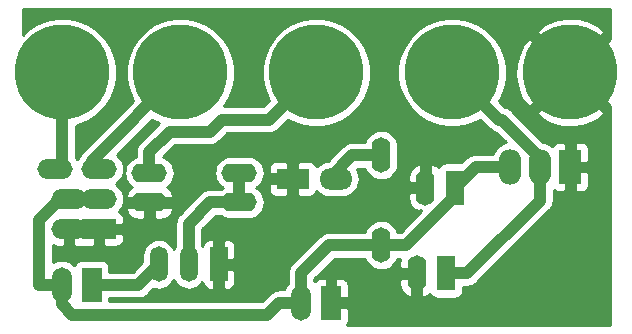
<source format=gbr>
G04 #@! TF.GenerationSoftware,KiCad,Pcbnew,5.1.5-1.fc31*
G04 #@! TF.CreationDate,2020-04-30T10:40:34+02:00*
G04 #@! TF.ProjectId,catbit,63617462-6974-42e6-9b69-6361645f7063,rev?*
G04 #@! TF.SameCoordinates,PX78ed080PY90dcf60*
G04 #@! TF.FileFunction,Copper,L2,Bot*
G04 #@! TF.FilePolarity,Positive*
%FSLAX46Y46*%
G04 Gerber Fmt 4.6, Leading zero omitted, Abs format (unit mm)*
G04 Created by KiCad (PCBNEW 5.1.5-1.fc31) date 2020-04-30 10:40:34*
%MOMM*%
%LPD*%
G04 APERTURE LIST*
%ADD10O,1.600000X3.000000*%
%ADD11O,3.000000X1.700000*%
%ADD12R,3.000000X1.700000*%
%ADD13O,2.800000X1.800000*%
%ADD14R,2.800000X1.800000*%
%ADD15C,8.000000*%
%ADD16O,1.905000X3.000000*%
%ADD17R,1.905000X3.000000*%
%ADD18R,1.600000X3.000000*%
%ADD19R,1.500000X3.000000*%
%ADD20O,1.500000X3.000000*%
%ADD21O,3.000000X1.600000*%
%ADD22O,1.700000X3.000000*%
%ADD23R,1.700000X3.000000*%
%ADD24C,3.000000*%
%ADD25C,1.000000*%
%ADD26C,0.254000*%
G04 APERTURE END LIST*
D10*
X31000000Y7380000D03*
X31000000Y15000000D03*
D11*
X3360000Y13830000D03*
X7100000Y13830000D03*
X4560000Y11290000D03*
X7100000Y11290000D03*
X4560000Y8750000D03*
D12*
X7100000Y8750000D03*
D13*
X27140000Y13000000D03*
D14*
X23500000Y13000000D03*
D15*
X47000000Y22000000D03*
X37000000Y22000000D03*
X4000000Y22000000D03*
X14000000Y22000000D03*
X25500000Y22000000D03*
D16*
X41920000Y14000000D03*
X44460000Y14000000D03*
D17*
X47000000Y14000000D03*
D10*
X34000000Y5000000D03*
D18*
X36500000Y5000000D03*
D19*
X17250000Y5750000D03*
D20*
X12170000Y5750000D03*
X14710000Y5750000D03*
D21*
X19000000Y11000000D03*
X11380000Y11000000D03*
X11380000Y13500000D03*
X19000000Y13500000D03*
D22*
X24210000Y2500000D03*
D23*
X26750000Y2500000D03*
D22*
X3960000Y4000000D03*
D23*
X6500000Y4000000D03*
D10*
X34750000Y12250000D03*
D18*
X37250000Y12250000D03*
D24*
X29750000Y4000000D03*
X23000000Y8750000D03*
D25*
X3960000Y8750000D02*
X6500000Y8750000D01*
X39000000Y14000000D02*
X37250000Y12250000D01*
X41920000Y14000000D02*
X39000000Y14000000D01*
X32800000Y7380000D02*
X31000000Y7380000D01*
X33125598Y7380000D02*
X32800000Y7380000D01*
X37250000Y11504402D02*
X33125598Y7380000D01*
X37250000Y12250000D02*
X37250000Y11504402D01*
X24210000Y5000000D02*
X24210000Y2500000D01*
X26590000Y7380000D02*
X24210000Y5000000D01*
X31000000Y7380000D02*
X26590000Y7380000D01*
X6500000Y11290000D02*
X3960000Y11290000D01*
X2059990Y4050010D02*
X2110000Y4000000D01*
X2059990Y9516299D02*
X2059990Y4050010D01*
X3833691Y11290000D02*
X2059990Y9516299D01*
X2110000Y4000000D02*
X3960000Y4000000D01*
X3960000Y11290000D02*
X3833691Y11290000D01*
X22360000Y2500000D02*
X24210000Y2500000D01*
X21359999Y1499999D02*
X22360000Y2500000D01*
X4849999Y1499999D02*
X21359999Y1499999D01*
X3960000Y2389998D02*
X4849999Y1499999D01*
X3960000Y4000000D02*
X3960000Y2389998D01*
X44460000Y11160000D02*
X44460000Y11500000D01*
X38300000Y5000000D02*
X44460000Y11160000D01*
X44460000Y11500000D02*
X44460000Y14000000D01*
X36500000Y5000000D02*
X38300000Y5000000D01*
X40999999Y18000001D02*
X37000000Y22000000D01*
X41228765Y18000001D02*
X40999999Y18000001D01*
X44460000Y14768766D02*
X41228765Y18000001D01*
X44460000Y14000000D02*
X44460000Y14768766D01*
X6500000Y14500000D02*
X6500000Y13830000D01*
X14000000Y22000000D02*
X6500000Y14500000D01*
X10420000Y4000000D02*
X12170000Y5750000D01*
X6500000Y4000000D02*
X10420000Y4000000D01*
X19000000Y13500000D02*
X19000000Y11000000D01*
X14710000Y9210000D02*
X14710000Y8250000D01*
X14710000Y8250000D02*
X14710000Y5750000D01*
X16500000Y11000000D02*
X14710000Y9210000D01*
X19000000Y11000000D02*
X16500000Y11000000D01*
X4000000Y13870000D02*
X3960000Y13830000D01*
X4000000Y22000000D02*
X4000000Y13870000D01*
X13079999Y16999999D02*
X16499999Y16999999D01*
X11380000Y13500000D02*
X11380000Y15300000D01*
X11380000Y15300000D02*
X13079999Y16999999D01*
X17500001Y18000001D02*
X16499999Y16999999D01*
X21500001Y18000001D02*
X17500001Y18000001D01*
X25500000Y22000000D02*
X21500001Y18000001D01*
X28540000Y15000000D02*
X26540000Y13000000D01*
X31000000Y15000000D02*
X28540000Y15000000D01*
D26*
G36*
X50340001Y24812499D02*
G01*
X47527502Y22000000D01*
X50340001Y19187501D01*
X50340000Y660000D01*
X28138284Y660000D01*
X28189502Y755820D01*
X28225812Y875518D01*
X28238072Y1000000D01*
X28235000Y1968250D01*
X28076250Y2127000D01*
X27123000Y2127000D01*
X27123000Y2107000D01*
X26377000Y2107000D01*
X26377000Y2127000D01*
X26357000Y2127000D01*
X26357000Y2873000D01*
X26377000Y2873000D01*
X26377000Y4476250D01*
X27123000Y4476250D01*
X27123000Y2873000D01*
X28076250Y2873000D01*
X28235000Y3031750D01*
X28238072Y4000000D01*
X28225812Y4124482D01*
X28189502Y4244180D01*
X28130537Y4354494D01*
X28099806Y4391940D01*
X32490154Y4391940D01*
X32501229Y4095617D01*
X32569901Y3807148D01*
X32693531Y3537620D01*
X32867367Y3297389D01*
X33084730Y3095688D01*
X33414825Y2989735D01*
X33627000Y3079473D01*
X33627000Y4627000D01*
X32681875Y4627000D01*
X32490154Y4391940D01*
X28099806Y4391940D01*
X28051185Y4451185D01*
X27954494Y4530537D01*
X27844180Y4589502D01*
X27724482Y4625812D01*
X27600000Y4638072D01*
X27281750Y4635000D01*
X27123000Y4476250D01*
X26377000Y4476250D01*
X26218250Y4635000D01*
X25900000Y4638072D01*
X25775518Y4625812D01*
X25655820Y4589502D01*
X25545506Y4530537D01*
X25448815Y4451185D01*
X25369463Y4354494D01*
X25345000Y4308728D01*
X25345000Y4529869D01*
X27060132Y6245000D01*
X29632385Y6245000D01*
X29667818Y6128193D01*
X29801068Y5878900D01*
X29980392Y5660393D01*
X30198899Y5481068D01*
X30448192Y5347818D01*
X30718691Y5265764D01*
X31000000Y5238057D01*
X31281308Y5265764D01*
X31551807Y5347818D01*
X31801100Y5481068D01*
X32019607Y5660392D01*
X32198932Y5878899D01*
X32332182Y6128192D01*
X32367615Y6245000D01*
X32593821Y6245000D01*
X32569901Y6192852D01*
X32501229Y5904383D01*
X32490154Y5608060D01*
X32681875Y5373000D01*
X33627000Y5373000D01*
X33627000Y5393000D01*
X34373000Y5393000D01*
X34373000Y5373000D01*
X34393000Y5373000D01*
X34393000Y4627000D01*
X34373000Y4627000D01*
X34373000Y3079473D01*
X34585175Y2989735D01*
X34915270Y3095688D01*
X35105520Y3272230D01*
X35110498Y3255820D01*
X35169463Y3145506D01*
X35248815Y3048815D01*
X35345506Y2969463D01*
X35455820Y2910498D01*
X35575518Y2874188D01*
X35700000Y2861928D01*
X37300000Y2861928D01*
X37424482Y2874188D01*
X37544180Y2910498D01*
X37654494Y2969463D01*
X37751185Y3048815D01*
X37830537Y3145506D01*
X37889502Y3255820D01*
X37925812Y3375518D01*
X37938072Y3500000D01*
X37938072Y3865000D01*
X38244249Y3865000D01*
X38300000Y3859509D01*
X38355751Y3865000D01*
X38355752Y3865000D01*
X38522499Y3881423D01*
X38736447Y3946324D01*
X38933623Y4051716D01*
X39106449Y4193551D01*
X39141996Y4236865D01*
X45223146Y10318013D01*
X45266449Y10353551D01*
X45316736Y10414825D01*
X45408284Y10526377D01*
X45513676Y10723553D01*
X45578577Y10937501D01*
X45600491Y11160000D01*
X45595000Y11215752D01*
X45595000Y12050417D01*
X45596315Y12048815D01*
X45693006Y11969463D01*
X45803320Y11910498D01*
X45923018Y11874188D01*
X46047500Y11861928D01*
X46468250Y11865000D01*
X46627000Y12023750D01*
X46627000Y13627000D01*
X47373000Y13627000D01*
X47373000Y12023750D01*
X47531750Y11865000D01*
X47952500Y11861928D01*
X48076982Y11874188D01*
X48196680Y11910498D01*
X48306994Y11969463D01*
X48403685Y12048815D01*
X48483037Y12145506D01*
X48542002Y12255820D01*
X48578312Y12375518D01*
X48590572Y12500000D01*
X48587500Y13468250D01*
X48428750Y13627000D01*
X47373000Y13627000D01*
X46627000Y13627000D01*
X46607000Y13627000D01*
X46607000Y14373000D01*
X46627000Y14373000D01*
X46627000Y15976250D01*
X47373000Y15976250D01*
X47373000Y14373000D01*
X48428750Y14373000D01*
X48587500Y14531750D01*
X48590572Y15500000D01*
X48578312Y15624482D01*
X48542002Y15744180D01*
X48483037Y15854494D01*
X48403685Y15951185D01*
X48306994Y16030537D01*
X48196680Y16089502D01*
X48076982Y16125812D01*
X47952500Y16138072D01*
X47531750Y16135000D01*
X47373000Y15976250D01*
X46627000Y15976250D01*
X46468250Y16135000D01*
X46047500Y16138072D01*
X45923018Y16125812D01*
X45803320Y16089502D01*
X45693006Y16030537D01*
X45596315Y15951185D01*
X45516963Y15854494D01*
X45472095Y15770554D01*
X45346235Y15873845D01*
X45070449Y16021255D01*
X44771204Y16112030D01*
X44716478Y16117420D01*
X42267741Y18566157D01*
X44093659Y18566157D01*
X44572990Y18024921D01*
X45395124Y17627815D01*
X46278933Y17398730D01*
X47190451Y17346469D01*
X48094651Y17473040D01*
X48956784Y17773580D01*
X49427010Y18024921D01*
X49906341Y18566157D01*
X47000000Y21472498D01*
X44093659Y18566157D01*
X42267741Y18566157D01*
X42070761Y18763136D01*
X42035214Y18806450D01*
X41862388Y18948285D01*
X41665212Y19053677D01*
X41501921Y19103211D01*
X40984575Y19620557D01*
X41107484Y19804504D01*
X41456880Y20648020D01*
X41635000Y21543492D01*
X41635000Y21809549D01*
X42346469Y21809549D01*
X42473040Y20905349D01*
X42773580Y20043216D01*
X43024921Y19572990D01*
X43566157Y19093659D01*
X46472498Y22000000D01*
X43566157Y24906341D01*
X43024921Y24427010D01*
X42627815Y23604876D01*
X42398730Y22721067D01*
X42346469Y21809549D01*
X41635000Y21809549D01*
X41635000Y22456508D01*
X41456880Y23351980D01*
X41107484Y24195496D01*
X40600240Y24954640D01*
X40121037Y25433843D01*
X44093659Y25433843D01*
X47000000Y22527502D01*
X49906341Y25433843D01*
X49427010Y25975079D01*
X48604876Y26372185D01*
X47721067Y26601270D01*
X46809549Y26653531D01*
X45905349Y26526960D01*
X45043216Y26226420D01*
X44572990Y25975079D01*
X44093659Y25433843D01*
X40121037Y25433843D01*
X39954640Y25600240D01*
X39195496Y26107484D01*
X38351980Y26456880D01*
X37456508Y26635000D01*
X36543492Y26635000D01*
X35648020Y26456880D01*
X34804504Y26107484D01*
X34045360Y25600240D01*
X33399760Y24954640D01*
X32892516Y24195496D01*
X32543120Y23351980D01*
X32365000Y22456508D01*
X32365000Y21543492D01*
X32543120Y20648020D01*
X32892516Y19804504D01*
X33399760Y19045360D01*
X34045360Y18399760D01*
X34804504Y17892516D01*
X35648020Y17543120D01*
X36543492Y17365000D01*
X37456508Y17365000D01*
X38351980Y17543120D01*
X39195496Y17892516D01*
X39379443Y18015425D01*
X40158008Y17236860D01*
X40193550Y17193552D01*
X40256436Y17141943D01*
X40366376Y17051717D01*
X40563552Y16946325D01*
X40726845Y16896790D01*
X41534226Y16089409D01*
X41309552Y16021255D01*
X41033766Y15873845D01*
X40792038Y15675463D01*
X40593656Y15433735D01*
X40446245Y15157949D01*
X40439283Y15135000D01*
X39055752Y15135000D01*
X39000000Y15140491D01*
X38777501Y15118577D01*
X38563553Y15053676D01*
X38366377Y14948284D01*
X38236856Y14841989D01*
X38236854Y14841987D01*
X38193551Y14806449D01*
X38158013Y14763146D01*
X37782939Y14388072D01*
X36450000Y14388072D01*
X36325518Y14375812D01*
X36205820Y14339502D01*
X36095506Y14280537D01*
X35998815Y14201185D01*
X35919463Y14104494D01*
X35860498Y13994180D01*
X35855520Y13977770D01*
X35665270Y14154312D01*
X35335175Y14260265D01*
X35123000Y14170527D01*
X35123000Y12623000D01*
X35143000Y12623000D01*
X35143000Y11877000D01*
X35123000Y11877000D01*
X35123000Y11857000D01*
X34377000Y11857000D01*
X34377000Y11877000D01*
X33431875Y11877000D01*
X33240154Y11641940D01*
X33251229Y11345617D01*
X33319901Y11057148D01*
X33443531Y10787620D01*
X33617367Y10547389D01*
X33834730Y10345688D01*
X34164825Y10239735D01*
X34376998Y10329472D01*
X34376998Y10236532D01*
X32655467Y8515000D01*
X32367615Y8515000D01*
X32332182Y8631808D01*
X32198932Y8881101D01*
X32019608Y9099608D01*
X31801101Y9278932D01*
X31551808Y9412182D01*
X31281309Y9494236D01*
X31000000Y9521943D01*
X30718692Y9494236D01*
X30448193Y9412182D01*
X30198900Y9278932D01*
X29980393Y9099608D01*
X29801069Y8881101D01*
X29667819Y8631808D01*
X29632386Y8515000D01*
X26645741Y8515000D01*
X26589999Y8520490D01*
X26534257Y8515000D01*
X26534248Y8515000D01*
X26367501Y8498577D01*
X26153553Y8433676D01*
X25956377Y8328284D01*
X25783551Y8186449D01*
X25748011Y8143143D01*
X23446865Y5841996D01*
X23403551Y5806449D01*
X23261716Y5633623D01*
X23190294Y5500000D01*
X23156324Y5436446D01*
X23091423Y5222498D01*
X23069509Y5000000D01*
X23075000Y4944248D01*
X23075000Y4107816D01*
X22969295Y3979014D01*
X22831401Y3721034D01*
X22805303Y3635000D01*
X22415751Y3635000D01*
X22360000Y3640491D01*
X22304248Y3635000D01*
X22137501Y3618577D01*
X21923553Y3553676D01*
X21726377Y3448284D01*
X21553551Y3306449D01*
X21518008Y3263140D01*
X20889868Y2634999D01*
X7988072Y2634999D01*
X7988072Y2865000D01*
X10364249Y2865000D01*
X10420000Y2859509D01*
X10475751Y2865000D01*
X10475752Y2865000D01*
X10642499Y2881423D01*
X10856447Y2946324D01*
X11053623Y3051716D01*
X11226449Y3193551D01*
X11261995Y3236864D01*
X11715640Y3690508D01*
X11898493Y3635040D01*
X12170000Y3608299D01*
X12441506Y3635040D01*
X12702580Y3714236D01*
X12943187Y3842843D01*
X13154080Y4015919D01*
X13327157Y4226812D01*
X13440000Y4437927D01*
X13552843Y4226813D01*
X13725919Y4015920D01*
X13936812Y3842843D01*
X14177419Y3714236D01*
X14438493Y3635040D01*
X14710000Y3608299D01*
X14981506Y3635040D01*
X15242580Y3714236D01*
X15483187Y3842843D01*
X15694080Y4015919D01*
X15864527Y4223608D01*
X15874188Y4125518D01*
X15910498Y4005820D01*
X15969463Y3895506D01*
X16048815Y3798815D01*
X16145506Y3719463D01*
X16255820Y3660498D01*
X16375518Y3624188D01*
X16500000Y3611928D01*
X16718250Y3615000D01*
X16877000Y3773750D01*
X16877000Y5377000D01*
X17623000Y5377000D01*
X17623000Y3773750D01*
X17781750Y3615000D01*
X18000000Y3611928D01*
X18124482Y3624188D01*
X18244180Y3660498D01*
X18354494Y3719463D01*
X18451185Y3798815D01*
X18530537Y3895506D01*
X18589502Y4005820D01*
X18625812Y4125518D01*
X18638072Y4250000D01*
X18635000Y5218250D01*
X18476250Y5377000D01*
X17623000Y5377000D01*
X16877000Y5377000D01*
X16857000Y5377000D01*
X16857000Y6123000D01*
X16877000Y6123000D01*
X16877000Y7726250D01*
X17623000Y7726250D01*
X17623000Y6123000D01*
X18476250Y6123000D01*
X18635000Y6281750D01*
X18638072Y7250000D01*
X18625812Y7374482D01*
X18589502Y7494180D01*
X18530537Y7604494D01*
X18451185Y7701185D01*
X18354494Y7780537D01*
X18244180Y7839502D01*
X18124482Y7875812D01*
X18000000Y7888072D01*
X17781750Y7885000D01*
X17623000Y7726250D01*
X16877000Y7726250D01*
X16718250Y7885000D01*
X16500000Y7888072D01*
X16375518Y7875812D01*
X16255820Y7839502D01*
X16145506Y7780537D01*
X16048815Y7701185D01*
X15969463Y7604494D01*
X15910498Y7494180D01*
X15874188Y7374482D01*
X15864527Y7276392D01*
X15845000Y7300186D01*
X15845000Y8739869D01*
X16970132Y9865000D01*
X17420998Y9865000D01*
X17498899Y9801068D01*
X17748192Y9667818D01*
X18018691Y9585764D01*
X18229508Y9565000D01*
X19770492Y9565000D01*
X19981309Y9585764D01*
X20251808Y9667818D01*
X20501101Y9801068D01*
X20719608Y9980392D01*
X20898932Y10198899D01*
X21032182Y10448192D01*
X21114236Y10718691D01*
X21141943Y11000000D01*
X21114236Y11281309D01*
X21032182Y11551808D01*
X20898932Y11801101D01*
X20719608Y12019608D01*
X20621651Y12100000D01*
X21461928Y12100000D01*
X21474188Y11975518D01*
X21510498Y11855820D01*
X21569463Y11745506D01*
X21648815Y11648815D01*
X21745506Y11569463D01*
X21855820Y11510498D01*
X21975518Y11474188D01*
X22100000Y11461928D01*
X22968250Y11465000D01*
X23127000Y11623750D01*
X23127000Y12627000D01*
X21623750Y12627000D01*
X21465000Y12468250D01*
X21461928Y12100000D01*
X20621651Y12100000D01*
X20501101Y12198932D01*
X20405560Y12250000D01*
X20501101Y12301068D01*
X20719608Y12480392D01*
X20898932Y12698899D01*
X21032182Y12948192D01*
X21114236Y13218691D01*
X21141943Y13500000D01*
X21114236Y13781309D01*
X21078232Y13900000D01*
X21461928Y13900000D01*
X21465000Y13531750D01*
X21623750Y13373000D01*
X23127000Y13373000D01*
X23127000Y14376250D01*
X23873000Y14376250D01*
X23873000Y13373000D01*
X23893000Y13373000D01*
X23893000Y12627000D01*
X23873000Y12627000D01*
X23873000Y11623750D01*
X24031750Y11465000D01*
X24900000Y11461928D01*
X25024482Y11474188D01*
X25144180Y11510498D01*
X25254494Y11569463D01*
X25351185Y11648815D01*
X25430537Y11745506D01*
X25489502Y11855820D01*
X25517504Y11948130D01*
X25549339Y11909339D01*
X25783073Y11717519D01*
X26049739Y11574983D01*
X26339087Y11487210D01*
X26564592Y11465000D01*
X27715408Y11465000D01*
X27940913Y11487210D01*
X28230261Y11574983D01*
X28496927Y11717519D01*
X28730661Y11909339D01*
X28922481Y12143073D01*
X29065017Y12409739D01*
X29152790Y12699087D01*
X29182427Y13000000D01*
X29152790Y13300913D01*
X29065017Y13590261D01*
X28950200Y13805068D01*
X29010132Y13865000D01*
X29632385Y13865000D01*
X29667818Y13748193D01*
X29801068Y13498900D01*
X29980392Y13280393D01*
X30198899Y13101068D01*
X30448192Y12967818D01*
X30718691Y12885764D01*
X31000000Y12858057D01*
X31000030Y12858060D01*
X33240154Y12858060D01*
X33431875Y12623000D01*
X34377000Y12623000D01*
X34377000Y14170527D01*
X34164825Y14260265D01*
X33834730Y14154312D01*
X33617367Y13952611D01*
X33443531Y13712380D01*
X33319901Y13442852D01*
X33251229Y13154383D01*
X33240154Y12858060D01*
X31000030Y12858060D01*
X31281308Y12885764D01*
X31551807Y12967818D01*
X31801100Y13101068D01*
X32019607Y13280392D01*
X32198932Y13498899D01*
X32332182Y13748192D01*
X32414236Y14018691D01*
X32435000Y14229508D01*
X32435000Y15770492D01*
X32414236Y15981309D01*
X32332182Y16251808D01*
X32198932Y16501101D01*
X32019608Y16719608D01*
X31801101Y16898932D01*
X31551808Y17032182D01*
X31281309Y17114236D01*
X31000000Y17141943D01*
X30718692Y17114236D01*
X30448193Y17032182D01*
X30198900Y16898932D01*
X29980393Y16719608D01*
X29801069Y16501101D01*
X29667819Y16251808D01*
X29632386Y16135000D01*
X28595751Y16135000D01*
X28539999Y16140491D01*
X28317500Y16118577D01*
X28277521Y16106449D01*
X28103553Y16053676D01*
X27906377Y15948284D01*
X27733551Y15806449D01*
X27698009Y15763141D01*
X26459520Y14524651D01*
X26339087Y14512790D01*
X26049739Y14425017D01*
X25783073Y14282481D01*
X25549339Y14090661D01*
X25517504Y14051870D01*
X25489502Y14144180D01*
X25430537Y14254494D01*
X25351185Y14351185D01*
X25254494Y14430537D01*
X25144180Y14489502D01*
X25024482Y14525812D01*
X24900000Y14538072D01*
X24031750Y14535000D01*
X23873000Y14376250D01*
X23127000Y14376250D01*
X22968250Y14535000D01*
X22100000Y14538072D01*
X21975518Y14525812D01*
X21855820Y14489502D01*
X21745506Y14430537D01*
X21648815Y14351185D01*
X21569463Y14254494D01*
X21510498Y14144180D01*
X21474188Y14024482D01*
X21461928Y13900000D01*
X21078232Y13900000D01*
X21032182Y14051808D01*
X20898932Y14301101D01*
X20719608Y14519608D01*
X20501101Y14698932D01*
X20251808Y14832182D01*
X19981309Y14914236D01*
X19770492Y14935000D01*
X18229508Y14935000D01*
X18018691Y14914236D01*
X17748192Y14832182D01*
X17498899Y14698932D01*
X17280392Y14519608D01*
X17101068Y14301101D01*
X16967818Y14051808D01*
X16885764Y13781309D01*
X16858057Y13500000D01*
X16885764Y13218691D01*
X16967818Y12948192D01*
X17101068Y12698899D01*
X17280392Y12480392D01*
X17498899Y12301068D01*
X17594440Y12250000D01*
X17498899Y12198932D01*
X17420998Y12135000D01*
X16555741Y12135000D01*
X16499999Y12140490D01*
X16444257Y12135000D01*
X16444248Y12135000D01*
X16277501Y12118577D01*
X16063553Y12053676D01*
X15866377Y11948284D01*
X15693551Y11806449D01*
X15658009Y11763140D01*
X13946865Y10051996D01*
X13903551Y10016449D01*
X13761716Y9843623D01*
X13656325Y9646447D01*
X13656324Y9646446D01*
X13591423Y9432498D01*
X13569509Y9210000D01*
X13575000Y9154249D01*
X13575000Y7300186D01*
X13552844Y7273188D01*
X13440001Y7062072D01*
X13327157Y7273188D01*
X13154081Y7484081D01*
X12943188Y7657157D01*
X12702581Y7785764D01*
X12441507Y7864960D01*
X12170000Y7891701D01*
X11898494Y7864960D01*
X11637420Y7785764D01*
X11396813Y7657157D01*
X11185920Y7484081D01*
X11012844Y7273188D01*
X10884237Y7032581D01*
X10805040Y6771507D01*
X10785000Y6568037D01*
X10785000Y5970132D01*
X9949869Y5135000D01*
X7988072Y5135000D01*
X7988072Y5500000D01*
X7975812Y5624482D01*
X7939502Y5744180D01*
X7880537Y5854494D01*
X7801185Y5951185D01*
X7704494Y6030537D01*
X7594180Y6089502D01*
X7474482Y6125812D01*
X7350000Y6138072D01*
X5650000Y6138072D01*
X5525518Y6125812D01*
X5405820Y6089502D01*
X5295506Y6030537D01*
X5198815Y5951185D01*
X5119463Y5854494D01*
X5060498Y5744180D01*
X5039607Y5675313D01*
X5015134Y5705134D01*
X4789014Y5890706D01*
X4531034Y6028599D01*
X4251111Y6113513D01*
X3960000Y6142185D01*
X3668890Y6113513D01*
X3388967Y6028599D01*
X3194990Y5924916D01*
X3194990Y7389226D01*
X3352307Y7309784D01*
X3643995Y7228657D01*
X3945906Y7205994D01*
X4187000Y7389370D01*
X4187000Y8377000D01*
X4933000Y8377000D01*
X4933000Y7389370D01*
X5174094Y7205994D01*
X5476005Y7228657D01*
X5596772Y7262246D01*
X5600000Y7261928D01*
X6568250Y7265000D01*
X6727000Y7423750D01*
X6727000Y8377000D01*
X7473000Y8377000D01*
X7473000Y7423750D01*
X7631750Y7265000D01*
X8600000Y7261928D01*
X8724482Y7274188D01*
X8844180Y7310498D01*
X8954494Y7369463D01*
X9051185Y7448815D01*
X9130537Y7545506D01*
X9189502Y7655820D01*
X9225812Y7775518D01*
X9238072Y7900000D01*
X9235000Y8218250D01*
X9076250Y8377000D01*
X7473000Y8377000D01*
X6727000Y8377000D01*
X4933000Y8377000D01*
X4187000Y8377000D01*
X4167000Y8377000D01*
X4167000Y9123000D01*
X4187000Y9123000D01*
X4187000Y9143000D01*
X4933000Y9143000D01*
X4933000Y9123000D01*
X6727000Y9123000D01*
X6727000Y9143000D01*
X7473000Y9143000D01*
X7473000Y9123000D01*
X9076250Y9123000D01*
X9235000Y9281750D01*
X9238072Y9600000D01*
X9225812Y9724482D01*
X9189502Y9844180D01*
X9130537Y9954494D01*
X9051185Y10051185D01*
X8954494Y10130537D01*
X8844180Y10189502D01*
X8775313Y10210393D01*
X8805134Y10234866D01*
X8952822Y10414825D01*
X9369735Y10414825D01*
X9475688Y10084730D01*
X9677389Y9867367D01*
X9917620Y9693531D01*
X10187148Y9569901D01*
X10475617Y9501229D01*
X10771940Y9490154D01*
X11007000Y9681875D01*
X11007000Y10627000D01*
X11753000Y10627000D01*
X11753000Y9681875D01*
X11988060Y9490154D01*
X12284383Y9501229D01*
X12572852Y9569901D01*
X12842380Y9693531D01*
X13082611Y9867367D01*
X13284312Y10084730D01*
X13390265Y10414825D01*
X13300527Y10627000D01*
X11753000Y10627000D01*
X11007000Y10627000D01*
X9459473Y10627000D01*
X9369735Y10414825D01*
X8952822Y10414825D01*
X8990706Y10460986D01*
X9128599Y10718966D01*
X9213513Y10998889D01*
X9242185Y11290000D01*
X9213513Y11581111D01*
X9128599Y11861034D01*
X8990706Y12119014D01*
X8805134Y12345134D01*
X8579014Y12530706D01*
X8524209Y12560000D01*
X8579014Y12589294D01*
X8805134Y12774866D01*
X8990706Y13000986D01*
X9128599Y13258966D01*
X9213513Y13538889D01*
X9242185Y13830000D01*
X9213513Y14121111D01*
X9128599Y14401034D01*
X8990706Y14659014D01*
X8805134Y14885134D01*
X8632194Y15027062D01*
X11620557Y18015425D01*
X11804504Y17892516D01*
X12202520Y17727652D01*
X10616860Y16141991D01*
X10573552Y16106449D01*
X10431717Y15933623D01*
X10406980Y15887343D01*
X10326324Y15736446D01*
X10261423Y15522498D01*
X10239509Y15300000D01*
X10245000Y15244249D01*
X10245000Y14867615D01*
X10128192Y14832182D01*
X9878899Y14698932D01*
X9660392Y14519608D01*
X9481068Y14301101D01*
X9347818Y14051808D01*
X9265764Y13781309D01*
X9238057Y13500000D01*
X9265764Y13218691D01*
X9347818Y12948192D01*
X9481068Y12698899D01*
X9660392Y12480392D01*
X9878899Y12301068D01*
X9896877Y12291459D01*
X9677389Y12132633D01*
X9475688Y11915270D01*
X9369735Y11585175D01*
X9459473Y11373000D01*
X11007000Y11373000D01*
X11007000Y11393000D01*
X11753000Y11393000D01*
X11753000Y11373000D01*
X13300527Y11373000D01*
X13390265Y11585175D01*
X13284312Y11915270D01*
X13082611Y12132633D01*
X12863123Y12291459D01*
X12881101Y12301068D01*
X13099608Y12480392D01*
X13278932Y12698899D01*
X13412182Y12948192D01*
X13494236Y13218691D01*
X13521943Y13500000D01*
X13494236Y13781309D01*
X13412182Y14051808D01*
X13278932Y14301101D01*
X13099608Y14519608D01*
X12881101Y14698932D01*
X12631808Y14832182D01*
X12543961Y14858830D01*
X13550132Y15864999D01*
X16444248Y15864999D01*
X16499999Y15859508D01*
X16555750Y15864999D01*
X16555751Y15864999D01*
X16722498Y15881422D01*
X16936446Y15946323D01*
X17133622Y16051715D01*
X17306448Y16193550D01*
X17341995Y16236863D01*
X17970133Y16865001D01*
X21444250Y16865001D01*
X21500001Y16859510D01*
X21555752Y16865001D01*
X21555753Y16865001D01*
X21722500Y16881424D01*
X21936448Y16946325D01*
X22133624Y17051717D01*
X22306450Y17193552D01*
X22341997Y17236866D01*
X23120557Y18015426D01*
X23304504Y17892516D01*
X24148020Y17543120D01*
X25043492Y17365000D01*
X25956508Y17365000D01*
X26851980Y17543120D01*
X27695496Y17892516D01*
X28454640Y18399760D01*
X29100240Y19045360D01*
X29607484Y19804504D01*
X29956880Y20648020D01*
X30135000Y21543492D01*
X30135000Y22456508D01*
X29956880Y23351980D01*
X29607484Y24195496D01*
X29100240Y24954640D01*
X28454640Y25600240D01*
X27695496Y26107484D01*
X26851980Y26456880D01*
X25956508Y26635000D01*
X25043492Y26635000D01*
X24148020Y26456880D01*
X23304504Y26107484D01*
X22545360Y25600240D01*
X21899760Y24954640D01*
X21392516Y24195496D01*
X21043120Y23351980D01*
X20865000Y22456508D01*
X20865000Y21543492D01*
X21043120Y20648020D01*
X21392516Y19804504D01*
X21515426Y19620557D01*
X21029870Y19135001D01*
X17660136Y19135001D01*
X18107484Y19804504D01*
X18456880Y20648020D01*
X18635000Y21543492D01*
X18635000Y22456508D01*
X18456880Y23351980D01*
X18107484Y24195496D01*
X17600240Y24954640D01*
X16954640Y25600240D01*
X16195496Y26107484D01*
X15351980Y26456880D01*
X14456508Y26635000D01*
X13543492Y26635000D01*
X12648020Y26456880D01*
X11804504Y26107484D01*
X11045360Y25600240D01*
X10399760Y24954640D01*
X9892516Y24195496D01*
X9543120Y23351980D01*
X9365000Y22456508D01*
X9365000Y21543492D01*
X9543120Y20648020D01*
X9892516Y19804504D01*
X10015425Y19620557D01*
X5736865Y15341996D01*
X5693551Y15306449D01*
X5551716Y15133623D01*
X5446325Y14936447D01*
X5446324Y14936446D01*
X5442656Y14924354D01*
X5394866Y14885134D01*
X5230000Y14684244D01*
X5135000Y14800002D01*
X5135000Y17499960D01*
X5351980Y17543120D01*
X6195496Y17892516D01*
X6954640Y18399760D01*
X7600240Y19045360D01*
X8107484Y19804504D01*
X8456880Y20648020D01*
X8635000Y21543492D01*
X8635000Y22456508D01*
X8456880Y23351980D01*
X8107484Y24195496D01*
X7600240Y24954640D01*
X6954640Y25600240D01*
X6195496Y26107484D01*
X5351980Y26456880D01*
X4456508Y26635000D01*
X3543492Y26635000D01*
X2648020Y26456880D01*
X1804504Y26107484D01*
X1045360Y25600240D01*
X660000Y25214880D01*
X660000Y27340000D01*
X50340001Y27340000D01*
X50340001Y24812499D01*
G37*
X50340001Y24812499D02*
X47527502Y22000000D01*
X50340001Y19187501D01*
X50340000Y660000D01*
X28138284Y660000D01*
X28189502Y755820D01*
X28225812Y875518D01*
X28238072Y1000000D01*
X28235000Y1968250D01*
X28076250Y2127000D01*
X27123000Y2127000D01*
X27123000Y2107000D01*
X26377000Y2107000D01*
X26377000Y2127000D01*
X26357000Y2127000D01*
X26357000Y2873000D01*
X26377000Y2873000D01*
X26377000Y4476250D01*
X27123000Y4476250D01*
X27123000Y2873000D01*
X28076250Y2873000D01*
X28235000Y3031750D01*
X28238072Y4000000D01*
X28225812Y4124482D01*
X28189502Y4244180D01*
X28130537Y4354494D01*
X28099806Y4391940D01*
X32490154Y4391940D01*
X32501229Y4095617D01*
X32569901Y3807148D01*
X32693531Y3537620D01*
X32867367Y3297389D01*
X33084730Y3095688D01*
X33414825Y2989735D01*
X33627000Y3079473D01*
X33627000Y4627000D01*
X32681875Y4627000D01*
X32490154Y4391940D01*
X28099806Y4391940D01*
X28051185Y4451185D01*
X27954494Y4530537D01*
X27844180Y4589502D01*
X27724482Y4625812D01*
X27600000Y4638072D01*
X27281750Y4635000D01*
X27123000Y4476250D01*
X26377000Y4476250D01*
X26218250Y4635000D01*
X25900000Y4638072D01*
X25775518Y4625812D01*
X25655820Y4589502D01*
X25545506Y4530537D01*
X25448815Y4451185D01*
X25369463Y4354494D01*
X25345000Y4308728D01*
X25345000Y4529869D01*
X27060132Y6245000D01*
X29632385Y6245000D01*
X29667818Y6128193D01*
X29801068Y5878900D01*
X29980392Y5660393D01*
X30198899Y5481068D01*
X30448192Y5347818D01*
X30718691Y5265764D01*
X31000000Y5238057D01*
X31281308Y5265764D01*
X31551807Y5347818D01*
X31801100Y5481068D01*
X32019607Y5660392D01*
X32198932Y5878899D01*
X32332182Y6128192D01*
X32367615Y6245000D01*
X32593821Y6245000D01*
X32569901Y6192852D01*
X32501229Y5904383D01*
X32490154Y5608060D01*
X32681875Y5373000D01*
X33627000Y5373000D01*
X33627000Y5393000D01*
X34373000Y5393000D01*
X34373000Y5373000D01*
X34393000Y5373000D01*
X34393000Y4627000D01*
X34373000Y4627000D01*
X34373000Y3079473D01*
X34585175Y2989735D01*
X34915270Y3095688D01*
X35105520Y3272230D01*
X35110498Y3255820D01*
X35169463Y3145506D01*
X35248815Y3048815D01*
X35345506Y2969463D01*
X35455820Y2910498D01*
X35575518Y2874188D01*
X35700000Y2861928D01*
X37300000Y2861928D01*
X37424482Y2874188D01*
X37544180Y2910498D01*
X37654494Y2969463D01*
X37751185Y3048815D01*
X37830537Y3145506D01*
X37889502Y3255820D01*
X37925812Y3375518D01*
X37938072Y3500000D01*
X37938072Y3865000D01*
X38244249Y3865000D01*
X38300000Y3859509D01*
X38355751Y3865000D01*
X38355752Y3865000D01*
X38522499Y3881423D01*
X38736447Y3946324D01*
X38933623Y4051716D01*
X39106449Y4193551D01*
X39141996Y4236865D01*
X45223146Y10318013D01*
X45266449Y10353551D01*
X45316736Y10414825D01*
X45408284Y10526377D01*
X45513676Y10723553D01*
X45578577Y10937501D01*
X45600491Y11160000D01*
X45595000Y11215752D01*
X45595000Y12050417D01*
X45596315Y12048815D01*
X45693006Y11969463D01*
X45803320Y11910498D01*
X45923018Y11874188D01*
X46047500Y11861928D01*
X46468250Y11865000D01*
X46627000Y12023750D01*
X46627000Y13627000D01*
X47373000Y13627000D01*
X47373000Y12023750D01*
X47531750Y11865000D01*
X47952500Y11861928D01*
X48076982Y11874188D01*
X48196680Y11910498D01*
X48306994Y11969463D01*
X48403685Y12048815D01*
X48483037Y12145506D01*
X48542002Y12255820D01*
X48578312Y12375518D01*
X48590572Y12500000D01*
X48587500Y13468250D01*
X48428750Y13627000D01*
X47373000Y13627000D01*
X46627000Y13627000D01*
X46607000Y13627000D01*
X46607000Y14373000D01*
X46627000Y14373000D01*
X46627000Y15976250D01*
X47373000Y15976250D01*
X47373000Y14373000D01*
X48428750Y14373000D01*
X48587500Y14531750D01*
X48590572Y15500000D01*
X48578312Y15624482D01*
X48542002Y15744180D01*
X48483037Y15854494D01*
X48403685Y15951185D01*
X48306994Y16030537D01*
X48196680Y16089502D01*
X48076982Y16125812D01*
X47952500Y16138072D01*
X47531750Y16135000D01*
X47373000Y15976250D01*
X46627000Y15976250D01*
X46468250Y16135000D01*
X46047500Y16138072D01*
X45923018Y16125812D01*
X45803320Y16089502D01*
X45693006Y16030537D01*
X45596315Y15951185D01*
X45516963Y15854494D01*
X45472095Y15770554D01*
X45346235Y15873845D01*
X45070449Y16021255D01*
X44771204Y16112030D01*
X44716478Y16117420D01*
X42267741Y18566157D01*
X44093659Y18566157D01*
X44572990Y18024921D01*
X45395124Y17627815D01*
X46278933Y17398730D01*
X47190451Y17346469D01*
X48094651Y17473040D01*
X48956784Y17773580D01*
X49427010Y18024921D01*
X49906341Y18566157D01*
X47000000Y21472498D01*
X44093659Y18566157D01*
X42267741Y18566157D01*
X42070761Y18763136D01*
X42035214Y18806450D01*
X41862388Y18948285D01*
X41665212Y19053677D01*
X41501921Y19103211D01*
X40984575Y19620557D01*
X41107484Y19804504D01*
X41456880Y20648020D01*
X41635000Y21543492D01*
X41635000Y21809549D01*
X42346469Y21809549D01*
X42473040Y20905349D01*
X42773580Y20043216D01*
X43024921Y19572990D01*
X43566157Y19093659D01*
X46472498Y22000000D01*
X43566157Y24906341D01*
X43024921Y24427010D01*
X42627815Y23604876D01*
X42398730Y22721067D01*
X42346469Y21809549D01*
X41635000Y21809549D01*
X41635000Y22456508D01*
X41456880Y23351980D01*
X41107484Y24195496D01*
X40600240Y24954640D01*
X40121037Y25433843D01*
X44093659Y25433843D01*
X47000000Y22527502D01*
X49906341Y25433843D01*
X49427010Y25975079D01*
X48604876Y26372185D01*
X47721067Y26601270D01*
X46809549Y26653531D01*
X45905349Y26526960D01*
X45043216Y26226420D01*
X44572990Y25975079D01*
X44093659Y25433843D01*
X40121037Y25433843D01*
X39954640Y25600240D01*
X39195496Y26107484D01*
X38351980Y26456880D01*
X37456508Y26635000D01*
X36543492Y26635000D01*
X35648020Y26456880D01*
X34804504Y26107484D01*
X34045360Y25600240D01*
X33399760Y24954640D01*
X32892516Y24195496D01*
X32543120Y23351980D01*
X32365000Y22456508D01*
X32365000Y21543492D01*
X32543120Y20648020D01*
X32892516Y19804504D01*
X33399760Y19045360D01*
X34045360Y18399760D01*
X34804504Y17892516D01*
X35648020Y17543120D01*
X36543492Y17365000D01*
X37456508Y17365000D01*
X38351980Y17543120D01*
X39195496Y17892516D01*
X39379443Y18015425D01*
X40158008Y17236860D01*
X40193550Y17193552D01*
X40256436Y17141943D01*
X40366376Y17051717D01*
X40563552Y16946325D01*
X40726845Y16896790D01*
X41534226Y16089409D01*
X41309552Y16021255D01*
X41033766Y15873845D01*
X40792038Y15675463D01*
X40593656Y15433735D01*
X40446245Y15157949D01*
X40439283Y15135000D01*
X39055752Y15135000D01*
X39000000Y15140491D01*
X38777501Y15118577D01*
X38563553Y15053676D01*
X38366377Y14948284D01*
X38236856Y14841989D01*
X38236854Y14841987D01*
X38193551Y14806449D01*
X38158013Y14763146D01*
X37782939Y14388072D01*
X36450000Y14388072D01*
X36325518Y14375812D01*
X36205820Y14339502D01*
X36095506Y14280537D01*
X35998815Y14201185D01*
X35919463Y14104494D01*
X35860498Y13994180D01*
X35855520Y13977770D01*
X35665270Y14154312D01*
X35335175Y14260265D01*
X35123000Y14170527D01*
X35123000Y12623000D01*
X35143000Y12623000D01*
X35143000Y11877000D01*
X35123000Y11877000D01*
X35123000Y11857000D01*
X34377000Y11857000D01*
X34377000Y11877000D01*
X33431875Y11877000D01*
X33240154Y11641940D01*
X33251229Y11345617D01*
X33319901Y11057148D01*
X33443531Y10787620D01*
X33617367Y10547389D01*
X33834730Y10345688D01*
X34164825Y10239735D01*
X34376998Y10329472D01*
X34376998Y10236532D01*
X32655467Y8515000D01*
X32367615Y8515000D01*
X32332182Y8631808D01*
X32198932Y8881101D01*
X32019608Y9099608D01*
X31801101Y9278932D01*
X31551808Y9412182D01*
X31281309Y9494236D01*
X31000000Y9521943D01*
X30718692Y9494236D01*
X30448193Y9412182D01*
X30198900Y9278932D01*
X29980393Y9099608D01*
X29801069Y8881101D01*
X29667819Y8631808D01*
X29632386Y8515000D01*
X26645741Y8515000D01*
X26589999Y8520490D01*
X26534257Y8515000D01*
X26534248Y8515000D01*
X26367501Y8498577D01*
X26153553Y8433676D01*
X25956377Y8328284D01*
X25783551Y8186449D01*
X25748011Y8143143D01*
X23446865Y5841996D01*
X23403551Y5806449D01*
X23261716Y5633623D01*
X23190294Y5500000D01*
X23156324Y5436446D01*
X23091423Y5222498D01*
X23069509Y5000000D01*
X23075000Y4944248D01*
X23075000Y4107816D01*
X22969295Y3979014D01*
X22831401Y3721034D01*
X22805303Y3635000D01*
X22415751Y3635000D01*
X22360000Y3640491D01*
X22304248Y3635000D01*
X22137501Y3618577D01*
X21923553Y3553676D01*
X21726377Y3448284D01*
X21553551Y3306449D01*
X21518008Y3263140D01*
X20889868Y2634999D01*
X7988072Y2634999D01*
X7988072Y2865000D01*
X10364249Y2865000D01*
X10420000Y2859509D01*
X10475751Y2865000D01*
X10475752Y2865000D01*
X10642499Y2881423D01*
X10856447Y2946324D01*
X11053623Y3051716D01*
X11226449Y3193551D01*
X11261995Y3236864D01*
X11715640Y3690508D01*
X11898493Y3635040D01*
X12170000Y3608299D01*
X12441506Y3635040D01*
X12702580Y3714236D01*
X12943187Y3842843D01*
X13154080Y4015919D01*
X13327157Y4226812D01*
X13440000Y4437927D01*
X13552843Y4226813D01*
X13725919Y4015920D01*
X13936812Y3842843D01*
X14177419Y3714236D01*
X14438493Y3635040D01*
X14710000Y3608299D01*
X14981506Y3635040D01*
X15242580Y3714236D01*
X15483187Y3842843D01*
X15694080Y4015919D01*
X15864527Y4223608D01*
X15874188Y4125518D01*
X15910498Y4005820D01*
X15969463Y3895506D01*
X16048815Y3798815D01*
X16145506Y3719463D01*
X16255820Y3660498D01*
X16375518Y3624188D01*
X16500000Y3611928D01*
X16718250Y3615000D01*
X16877000Y3773750D01*
X16877000Y5377000D01*
X17623000Y5377000D01*
X17623000Y3773750D01*
X17781750Y3615000D01*
X18000000Y3611928D01*
X18124482Y3624188D01*
X18244180Y3660498D01*
X18354494Y3719463D01*
X18451185Y3798815D01*
X18530537Y3895506D01*
X18589502Y4005820D01*
X18625812Y4125518D01*
X18638072Y4250000D01*
X18635000Y5218250D01*
X18476250Y5377000D01*
X17623000Y5377000D01*
X16877000Y5377000D01*
X16857000Y5377000D01*
X16857000Y6123000D01*
X16877000Y6123000D01*
X16877000Y7726250D01*
X17623000Y7726250D01*
X17623000Y6123000D01*
X18476250Y6123000D01*
X18635000Y6281750D01*
X18638072Y7250000D01*
X18625812Y7374482D01*
X18589502Y7494180D01*
X18530537Y7604494D01*
X18451185Y7701185D01*
X18354494Y7780537D01*
X18244180Y7839502D01*
X18124482Y7875812D01*
X18000000Y7888072D01*
X17781750Y7885000D01*
X17623000Y7726250D01*
X16877000Y7726250D01*
X16718250Y7885000D01*
X16500000Y7888072D01*
X16375518Y7875812D01*
X16255820Y7839502D01*
X16145506Y7780537D01*
X16048815Y7701185D01*
X15969463Y7604494D01*
X15910498Y7494180D01*
X15874188Y7374482D01*
X15864527Y7276392D01*
X15845000Y7300186D01*
X15845000Y8739869D01*
X16970132Y9865000D01*
X17420998Y9865000D01*
X17498899Y9801068D01*
X17748192Y9667818D01*
X18018691Y9585764D01*
X18229508Y9565000D01*
X19770492Y9565000D01*
X19981309Y9585764D01*
X20251808Y9667818D01*
X20501101Y9801068D01*
X20719608Y9980392D01*
X20898932Y10198899D01*
X21032182Y10448192D01*
X21114236Y10718691D01*
X21141943Y11000000D01*
X21114236Y11281309D01*
X21032182Y11551808D01*
X20898932Y11801101D01*
X20719608Y12019608D01*
X20621651Y12100000D01*
X21461928Y12100000D01*
X21474188Y11975518D01*
X21510498Y11855820D01*
X21569463Y11745506D01*
X21648815Y11648815D01*
X21745506Y11569463D01*
X21855820Y11510498D01*
X21975518Y11474188D01*
X22100000Y11461928D01*
X22968250Y11465000D01*
X23127000Y11623750D01*
X23127000Y12627000D01*
X21623750Y12627000D01*
X21465000Y12468250D01*
X21461928Y12100000D01*
X20621651Y12100000D01*
X20501101Y12198932D01*
X20405560Y12250000D01*
X20501101Y12301068D01*
X20719608Y12480392D01*
X20898932Y12698899D01*
X21032182Y12948192D01*
X21114236Y13218691D01*
X21141943Y13500000D01*
X21114236Y13781309D01*
X21078232Y13900000D01*
X21461928Y13900000D01*
X21465000Y13531750D01*
X21623750Y13373000D01*
X23127000Y13373000D01*
X23127000Y14376250D01*
X23873000Y14376250D01*
X23873000Y13373000D01*
X23893000Y13373000D01*
X23893000Y12627000D01*
X23873000Y12627000D01*
X23873000Y11623750D01*
X24031750Y11465000D01*
X24900000Y11461928D01*
X25024482Y11474188D01*
X25144180Y11510498D01*
X25254494Y11569463D01*
X25351185Y11648815D01*
X25430537Y11745506D01*
X25489502Y11855820D01*
X25517504Y11948130D01*
X25549339Y11909339D01*
X25783073Y11717519D01*
X26049739Y11574983D01*
X26339087Y11487210D01*
X26564592Y11465000D01*
X27715408Y11465000D01*
X27940913Y11487210D01*
X28230261Y11574983D01*
X28496927Y11717519D01*
X28730661Y11909339D01*
X28922481Y12143073D01*
X29065017Y12409739D01*
X29152790Y12699087D01*
X29182427Y13000000D01*
X29152790Y13300913D01*
X29065017Y13590261D01*
X28950200Y13805068D01*
X29010132Y13865000D01*
X29632385Y13865000D01*
X29667818Y13748193D01*
X29801068Y13498900D01*
X29980392Y13280393D01*
X30198899Y13101068D01*
X30448192Y12967818D01*
X30718691Y12885764D01*
X31000000Y12858057D01*
X31000030Y12858060D01*
X33240154Y12858060D01*
X33431875Y12623000D01*
X34377000Y12623000D01*
X34377000Y14170527D01*
X34164825Y14260265D01*
X33834730Y14154312D01*
X33617367Y13952611D01*
X33443531Y13712380D01*
X33319901Y13442852D01*
X33251229Y13154383D01*
X33240154Y12858060D01*
X31000030Y12858060D01*
X31281308Y12885764D01*
X31551807Y12967818D01*
X31801100Y13101068D01*
X32019607Y13280392D01*
X32198932Y13498899D01*
X32332182Y13748192D01*
X32414236Y14018691D01*
X32435000Y14229508D01*
X32435000Y15770492D01*
X32414236Y15981309D01*
X32332182Y16251808D01*
X32198932Y16501101D01*
X32019608Y16719608D01*
X31801101Y16898932D01*
X31551808Y17032182D01*
X31281309Y17114236D01*
X31000000Y17141943D01*
X30718692Y17114236D01*
X30448193Y17032182D01*
X30198900Y16898932D01*
X29980393Y16719608D01*
X29801069Y16501101D01*
X29667819Y16251808D01*
X29632386Y16135000D01*
X28595751Y16135000D01*
X28539999Y16140491D01*
X28317500Y16118577D01*
X28277521Y16106449D01*
X28103553Y16053676D01*
X27906377Y15948284D01*
X27733551Y15806449D01*
X27698009Y15763141D01*
X26459520Y14524651D01*
X26339087Y14512790D01*
X26049739Y14425017D01*
X25783073Y14282481D01*
X25549339Y14090661D01*
X25517504Y14051870D01*
X25489502Y14144180D01*
X25430537Y14254494D01*
X25351185Y14351185D01*
X25254494Y14430537D01*
X25144180Y14489502D01*
X25024482Y14525812D01*
X24900000Y14538072D01*
X24031750Y14535000D01*
X23873000Y14376250D01*
X23127000Y14376250D01*
X22968250Y14535000D01*
X22100000Y14538072D01*
X21975518Y14525812D01*
X21855820Y14489502D01*
X21745506Y14430537D01*
X21648815Y14351185D01*
X21569463Y14254494D01*
X21510498Y14144180D01*
X21474188Y14024482D01*
X21461928Y13900000D01*
X21078232Y13900000D01*
X21032182Y14051808D01*
X20898932Y14301101D01*
X20719608Y14519608D01*
X20501101Y14698932D01*
X20251808Y14832182D01*
X19981309Y14914236D01*
X19770492Y14935000D01*
X18229508Y14935000D01*
X18018691Y14914236D01*
X17748192Y14832182D01*
X17498899Y14698932D01*
X17280392Y14519608D01*
X17101068Y14301101D01*
X16967818Y14051808D01*
X16885764Y13781309D01*
X16858057Y13500000D01*
X16885764Y13218691D01*
X16967818Y12948192D01*
X17101068Y12698899D01*
X17280392Y12480392D01*
X17498899Y12301068D01*
X17594440Y12250000D01*
X17498899Y12198932D01*
X17420998Y12135000D01*
X16555741Y12135000D01*
X16499999Y12140490D01*
X16444257Y12135000D01*
X16444248Y12135000D01*
X16277501Y12118577D01*
X16063553Y12053676D01*
X15866377Y11948284D01*
X15693551Y11806449D01*
X15658009Y11763140D01*
X13946865Y10051996D01*
X13903551Y10016449D01*
X13761716Y9843623D01*
X13656325Y9646447D01*
X13656324Y9646446D01*
X13591423Y9432498D01*
X13569509Y9210000D01*
X13575000Y9154249D01*
X13575000Y7300186D01*
X13552844Y7273188D01*
X13440001Y7062072D01*
X13327157Y7273188D01*
X13154081Y7484081D01*
X12943188Y7657157D01*
X12702581Y7785764D01*
X12441507Y7864960D01*
X12170000Y7891701D01*
X11898494Y7864960D01*
X11637420Y7785764D01*
X11396813Y7657157D01*
X11185920Y7484081D01*
X11012844Y7273188D01*
X10884237Y7032581D01*
X10805040Y6771507D01*
X10785000Y6568037D01*
X10785000Y5970132D01*
X9949869Y5135000D01*
X7988072Y5135000D01*
X7988072Y5500000D01*
X7975812Y5624482D01*
X7939502Y5744180D01*
X7880537Y5854494D01*
X7801185Y5951185D01*
X7704494Y6030537D01*
X7594180Y6089502D01*
X7474482Y6125812D01*
X7350000Y6138072D01*
X5650000Y6138072D01*
X5525518Y6125812D01*
X5405820Y6089502D01*
X5295506Y6030537D01*
X5198815Y5951185D01*
X5119463Y5854494D01*
X5060498Y5744180D01*
X5039607Y5675313D01*
X5015134Y5705134D01*
X4789014Y5890706D01*
X4531034Y6028599D01*
X4251111Y6113513D01*
X3960000Y6142185D01*
X3668890Y6113513D01*
X3388967Y6028599D01*
X3194990Y5924916D01*
X3194990Y7389226D01*
X3352307Y7309784D01*
X3643995Y7228657D01*
X3945906Y7205994D01*
X4187000Y7389370D01*
X4187000Y8377000D01*
X4933000Y8377000D01*
X4933000Y7389370D01*
X5174094Y7205994D01*
X5476005Y7228657D01*
X5596772Y7262246D01*
X5600000Y7261928D01*
X6568250Y7265000D01*
X6727000Y7423750D01*
X6727000Y8377000D01*
X7473000Y8377000D01*
X7473000Y7423750D01*
X7631750Y7265000D01*
X8600000Y7261928D01*
X8724482Y7274188D01*
X8844180Y7310498D01*
X8954494Y7369463D01*
X9051185Y7448815D01*
X9130537Y7545506D01*
X9189502Y7655820D01*
X9225812Y7775518D01*
X9238072Y7900000D01*
X9235000Y8218250D01*
X9076250Y8377000D01*
X7473000Y8377000D01*
X6727000Y8377000D01*
X4933000Y8377000D01*
X4187000Y8377000D01*
X4167000Y8377000D01*
X4167000Y9123000D01*
X4187000Y9123000D01*
X4187000Y9143000D01*
X4933000Y9143000D01*
X4933000Y9123000D01*
X6727000Y9123000D01*
X6727000Y9143000D01*
X7473000Y9143000D01*
X7473000Y9123000D01*
X9076250Y9123000D01*
X9235000Y9281750D01*
X9238072Y9600000D01*
X9225812Y9724482D01*
X9189502Y9844180D01*
X9130537Y9954494D01*
X9051185Y10051185D01*
X8954494Y10130537D01*
X8844180Y10189502D01*
X8775313Y10210393D01*
X8805134Y10234866D01*
X8952822Y10414825D01*
X9369735Y10414825D01*
X9475688Y10084730D01*
X9677389Y9867367D01*
X9917620Y9693531D01*
X10187148Y9569901D01*
X10475617Y9501229D01*
X10771940Y9490154D01*
X11007000Y9681875D01*
X11007000Y10627000D01*
X11753000Y10627000D01*
X11753000Y9681875D01*
X11988060Y9490154D01*
X12284383Y9501229D01*
X12572852Y9569901D01*
X12842380Y9693531D01*
X13082611Y9867367D01*
X13284312Y10084730D01*
X13390265Y10414825D01*
X13300527Y10627000D01*
X11753000Y10627000D01*
X11007000Y10627000D01*
X9459473Y10627000D01*
X9369735Y10414825D01*
X8952822Y10414825D01*
X8990706Y10460986D01*
X9128599Y10718966D01*
X9213513Y10998889D01*
X9242185Y11290000D01*
X9213513Y11581111D01*
X9128599Y11861034D01*
X8990706Y12119014D01*
X8805134Y12345134D01*
X8579014Y12530706D01*
X8524209Y12560000D01*
X8579014Y12589294D01*
X8805134Y12774866D01*
X8990706Y13000986D01*
X9128599Y13258966D01*
X9213513Y13538889D01*
X9242185Y13830000D01*
X9213513Y14121111D01*
X9128599Y14401034D01*
X8990706Y14659014D01*
X8805134Y14885134D01*
X8632194Y15027062D01*
X11620557Y18015425D01*
X11804504Y17892516D01*
X12202520Y17727652D01*
X10616860Y16141991D01*
X10573552Y16106449D01*
X10431717Y15933623D01*
X10406980Y15887343D01*
X10326324Y15736446D01*
X10261423Y15522498D01*
X10239509Y15300000D01*
X10245000Y15244249D01*
X10245000Y14867615D01*
X10128192Y14832182D01*
X9878899Y14698932D01*
X9660392Y14519608D01*
X9481068Y14301101D01*
X9347818Y14051808D01*
X9265764Y13781309D01*
X9238057Y13500000D01*
X9265764Y13218691D01*
X9347818Y12948192D01*
X9481068Y12698899D01*
X9660392Y12480392D01*
X9878899Y12301068D01*
X9896877Y12291459D01*
X9677389Y12132633D01*
X9475688Y11915270D01*
X9369735Y11585175D01*
X9459473Y11373000D01*
X11007000Y11373000D01*
X11007000Y11393000D01*
X11753000Y11393000D01*
X11753000Y11373000D01*
X13300527Y11373000D01*
X13390265Y11585175D01*
X13284312Y11915270D01*
X13082611Y12132633D01*
X12863123Y12291459D01*
X12881101Y12301068D01*
X13099608Y12480392D01*
X13278932Y12698899D01*
X13412182Y12948192D01*
X13494236Y13218691D01*
X13521943Y13500000D01*
X13494236Y13781309D01*
X13412182Y14051808D01*
X13278932Y14301101D01*
X13099608Y14519608D01*
X12881101Y14698932D01*
X12631808Y14832182D01*
X12543961Y14858830D01*
X13550132Y15864999D01*
X16444248Y15864999D01*
X16499999Y15859508D01*
X16555750Y15864999D01*
X16555751Y15864999D01*
X16722498Y15881422D01*
X16936446Y15946323D01*
X17133622Y16051715D01*
X17306448Y16193550D01*
X17341995Y16236863D01*
X17970133Y16865001D01*
X21444250Y16865001D01*
X21500001Y16859510D01*
X21555752Y16865001D01*
X21555753Y16865001D01*
X21722500Y16881424D01*
X21936448Y16946325D01*
X22133624Y17051717D01*
X22306450Y17193552D01*
X22341997Y17236866D01*
X23120557Y18015426D01*
X23304504Y17892516D01*
X24148020Y17543120D01*
X25043492Y17365000D01*
X25956508Y17365000D01*
X26851980Y17543120D01*
X27695496Y17892516D01*
X28454640Y18399760D01*
X29100240Y19045360D01*
X29607484Y19804504D01*
X29956880Y20648020D01*
X30135000Y21543492D01*
X30135000Y22456508D01*
X29956880Y23351980D01*
X29607484Y24195496D01*
X29100240Y24954640D01*
X28454640Y25600240D01*
X27695496Y26107484D01*
X26851980Y26456880D01*
X25956508Y26635000D01*
X25043492Y26635000D01*
X24148020Y26456880D01*
X23304504Y26107484D01*
X22545360Y25600240D01*
X21899760Y24954640D01*
X21392516Y24195496D01*
X21043120Y23351980D01*
X20865000Y22456508D01*
X20865000Y21543492D01*
X21043120Y20648020D01*
X21392516Y19804504D01*
X21515426Y19620557D01*
X21029870Y19135001D01*
X17660136Y19135001D01*
X18107484Y19804504D01*
X18456880Y20648020D01*
X18635000Y21543492D01*
X18635000Y22456508D01*
X18456880Y23351980D01*
X18107484Y24195496D01*
X17600240Y24954640D01*
X16954640Y25600240D01*
X16195496Y26107484D01*
X15351980Y26456880D01*
X14456508Y26635000D01*
X13543492Y26635000D01*
X12648020Y26456880D01*
X11804504Y26107484D01*
X11045360Y25600240D01*
X10399760Y24954640D01*
X9892516Y24195496D01*
X9543120Y23351980D01*
X9365000Y22456508D01*
X9365000Y21543492D01*
X9543120Y20648020D01*
X9892516Y19804504D01*
X10015425Y19620557D01*
X5736865Y15341996D01*
X5693551Y15306449D01*
X5551716Y15133623D01*
X5446325Y14936447D01*
X5446324Y14936446D01*
X5442656Y14924354D01*
X5394866Y14885134D01*
X5230000Y14684244D01*
X5135000Y14800002D01*
X5135000Y17499960D01*
X5351980Y17543120D01*
X6195496Y17892516D01*
X6954640Y18399760D01*
X7600240Y19045360D01*
X8107484Y19804504D01*
X8456880Y20648020D01*
X8635000Y21543492D01*
X8635000Y22456508D01*
X8456880Y23351980D01*
X8107484Y24195496D01*
X7600240Y24954640D01*
X6954640Y25600240D01*
X6195496Y26107484D01*
X5351980Y26456880D01*
X4456508Y26635000D01*
X3543492Y26635000D01*
X2648020Y26456880D01*
X1804504Y26107484D01*
X1045360Y25600240D01*
X660000Y25214880D01*
X660000Y27340000D01*
X50340001Y27340000D01*
X50340001Y24812499D01*
M02*

</source>
